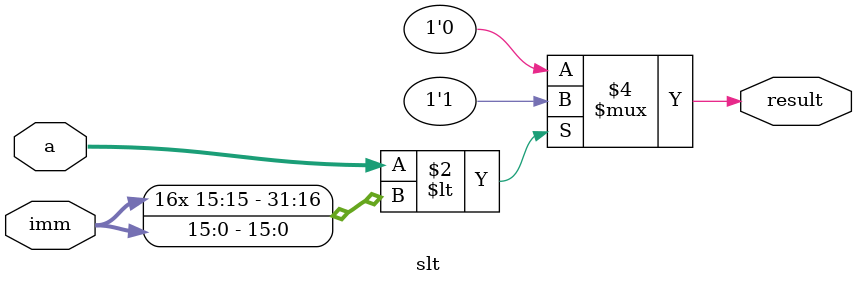
<source format=v>
`timescale 1ns / 1ps

module slt(
  input [31:0] a,
  input [15:0] imm,
  output reg result
);
  
  // Compare the two inputs and set the result flag
  always @(*) begin
    if(a < {{16{imm[15]}}, imm}) begin
      result = 1;
    end
    else begin
      result = 0;
    end
  end
  
endmodule

</source>
